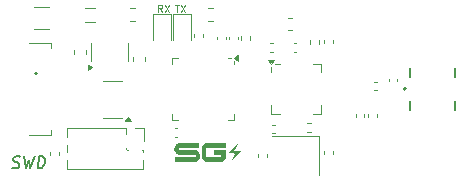
<source format=gbr>
%TF.GenerationSoftware,KiCad,Pcbnew,8.0.6*%
%TF.CreationDate,2024-12-29T16:51:47+05:30*%
%TF.ProjectId,STM32_RF,53544d33-325f-4524-962e-6b696361645f,rev?*%
%TF.SameCoordinates,Original*%
%TF.FileFunction,Legend,Top*%
%TF.FilePolarity,Positive*%
%FSLAX46Y46*%
G04 Gerber Fmt 4.6, Leading zero omitted, Abs format (unit mm)*
G04 Created by KiCad (PCBNEW 8.0.6) date 2024-12-29 16:51:47*
%MOMM*%
%LPD*%
G01*
G04 APERTURE LIST*
%ADD10C,0.200000*%
%ADD11C,0.120000*%
%ADD12C,0.150000*%
%ADD13C,0.000000*%
G04 APERTURE END LIST*
D10*
G36*
X169777093Y-78553688D02*
G01*
X169707949Y-78558092D01*
X169641071Y-78570489D01*
X169577517Y-78589656D01*
X169544036Y-78602780D01*
X169482742Y-78636188D01*
X169424527Y-78676865D01*
X169405282Y-78692540D01*
X169345972Y-78755569D01*
X169299535Y-78826529D01*
X169266036Y-78903494D01*
X169245539Y-78984542D01*
X169238109Y-79067749D01*
X169243809Y-79151191D01*
X169262705Y-79232946D01*
X169294861Y-79311088D01*
X169340341Y-79383696D01*
X169399209Y-79448845D01*
X169445924Y-79487184D01*
X169501319Y-79523652D01*
X169560796Y-79551935D01*
X169623697Y-79571527D01*
X169689365Y-79581922D01*
X169727878Y-79583538D01*
X171037313Y-79583538D01*
X171037313Y-79770750D01*
X169326538Y-79770750D01*
X169326538Y-80195000D01*
X170938248Y-80195000D01*
X171002338Y-80190161D01*
X171066838Y-80175645D01*
X171084940Y-80169720D01*
X171144819Y-80144308D01*
X171202556Y-80109954D01*
X171218614Y-80099012D01*
X171282178Y-80042054D01*
X171334172Y-79975885D01*
X171374449Y-79902383D01*
X171402860Y-79823425D01*
X171419254Y-79740891D01*
X171423483Y-79656659D01*
X171415398Y-79572607D01*
X171394850Y-79490613D01*
X171361690Y-79412555D01*
X171315768Y-79340312D01*
X171277990Y-79296308D01*
X171227397Y-79250670D01*
X171170744Y-79212234D01*
X171109448Y-79181576D01*
X171044924Y-79159270D01*
X171007149Y-79150495D01*
X170942919Y-79144404D01*
X170930945Y-79144267D01*
X169643419Y-79144267D01*
X169643419Y-78980502D01*
X171326887Y-78980502D01*
X171326887Y-78553688D01*
X169777093Y-78553688D01*
G37*
G36*
X171575502Y-79662672D02*
G01*
X171579899Y-79737365D01*
X171596039Y-79817876D01*
X171624608Y-79894266D01*
X171660268Y-79958590D01*
X171672344Y-79976646D01*
X171725368Y-80043545D01*
X171780596Y-80097097D01*
X171840323Y-80138124D01*
X171906847Y-80167449D01*
X171982464Y-80185893D01*
X172051047Y-80193366D01*
X172107976Y-80195000D01*
X173057983Y-80195000D01*
X173109420Y-80195000D01*
X173182291Y-80189581D01*
X173245453Y-80178830D01*
X173310805Y-80158180D01*
X173376333Y-80122307D01*
X173434728Y-80072430D01*
X173450750Y-80055415D01*
X173497854Y-80000187D01*
X173542131Y-79932498D01*
X173573935Y-79862852D01*
X173594210Y-79790815D01*
X173603896Y-79715953D01*
X173605062Y-79677327D01*
X173605062Y-79163318D01*
X172589330Y-79163318D01*
X172589330Y-79590132D01*
X173222456Y-79590132D01*
X173222456Y-79770750D01*
X171957791Y-79770750D01*
X171957791Y-78980502D01*
X173605062Y-78980502D01*
X173605062Y-78553688D01*
X172102578Y-78553688D01*
X172038564Y-78555774D01*
X172000973Y-78560282D01*
X171929073Y-78575472D01*
X171864890Y-78597613D01*
X171796810Y-78633921D01*
X171737036Y-78681513D01*
X171684034Y-78741083D01*
X171651706Y-78787794D01*
X171622494Y-78840917D01*
X171594706Y-78908688D01*
X171577489Y-78979351D01*
X171575502Y-79008346D01*
X171575502Y-79662672D01*
G37*
D11*
X169286089Y-66870331D02*
X169628947Y-66870331D01*
X169457518Y-67470331D02*
X169457518Y-66870331D01*
X169771804Y-66870331D02*
X170171804Y-67470331D01*
X170171804Y-66870331D02*
X169771804Y-67470331D01*
D10*
X155522054Y-80669600D02*
X155658958Y-80717219D01*
X155658958Y-80717219D02*
X155897054Y-80717219D01*
X155897054Y-80717219D02*
X155998244Y-80669600D01*
X155998244Y-80669600D02*
X156051816Y-80621980D01*
X156051816Y-80621980D02*
X156111339Y-80526742D01*
X156111339Y-80526742D02*
X156123244Y-80431504D01*
X156123244Y-80431504D02*
X156087530Y-80336266D01*
X156087530Y-80336266D02*
X156045863Y-80288647D01*
X156045863Y-80288647D02*
X155956578Y-80241028D01*
X155956578Y-80241028D02*
X155772054Y-80193409D01*
X155772054Y-80193409D02*
X155682768Y-80145790D01*
X155682768Y-80145790D02*
X155641101Y-80098171D01*
X155641101Y-80098171D02*
X155605387Y-80002933D01*
X155605387Y-80002933D02*
X155617292Y-79907695D01*
X155617292Y-79907695D02*
X155676816Y-79812457D01*
X155676816Y-79812457D02*
X155730387Y-79764838D01*
X155730387Y-79764838D02*
X155831578Y-79717219D01*
X155831578Y-79717219D02*
X156069673Y-79717219D01*
X156069673Y-79717219D02*
X156206578Y-79764838D01*
X156545863Y-79717219D02*
X156658959Y-80717219D01*
X156658959Y-80717219D02*
X156938720Y-80002933D01*
X156938720Y-80002933D02*
X157039911Y-80717219D01*
X157039911Y-80717219D02*
X157403006Y-79717219D01*
X157658958Y-80717219D02*
X157783958Y-79717219D01*
X157783958Y-79717219D02*
X158022054Y-79717219D01*
X158022054Y-79717219D02*
X158158958Y-79764838D01*
X158158958Y-79764838D02*
X158242292Y-79860076D01*
X158242292Y-79860076D02*
X158278006Y-79955314D01*
X158278006Y-79955314D02*
X158301816Y-80145790D01*
X158301816Y-80145790D02*
X158283958Y-80288647D01*
X158283958Y-80288647D02*
X158212530Y-80479123D01*
X158212530Y-80479123D02*
X158153006Y-80574361D01*
X158153006Y-80574361D02*
X158045863Y-80669600D01*
X158045863Y-80669600D02*
X157897054Y-80717219D01*
X157897054Y-80717219D02*
X157658958Y-80717219D01*
D11*
X168214661Y-67470331D02*
X168014661Y-67184617D01*
X167871804Y-67470331D02*
X167871804Y-66870331D01*
X167871804Y-66870331D02*
X168100375Y-66870331D01*
X168100375Y-66870331D02*
X168157518Y-66898902D01*
X168157518Y-66898902D02*
X168186089Y-66927474D01*
X168186089Y-66927474D02*
X168214661Y-66984617D01*
X168214661Y-66984617D02*
X168214661Y-67070331D01*
X168214661Y-67070331D02*
X168186089Y-67127474D01*
X168186089Y-67127474D02*
X168157518Y-67156045D01*
X168157518Y-67156045D02*
X168100375Y-67184617D01*
X168100375Y-67184617D02*
X167871804Y-67184617D01*
X168414661Y-66870331D02*
X168814661Y-67470331D01*
X168814661Y-66870331D02*
X168414661Y-67470331D01*
%TO.C,D2*%
X169165000Y-67627500D02*
X169165000Y-69912500D01*
X170635000Y-67627500D02*
X169165000Y-67627500D01*
X170635000Y-69912500D02*
X170635000Y-67627500D01*
%TO.C,C7*%
X170940000Y-69607836D02*
X170940000Y-69392164D01*
X171660000Y-69607836D02*
X171660000Y-69392164D01*
%TO.C,D1*%
X167465000Y-67627500D02*
X167465000Y-69912500D01*
X168935000Y-67627500D02*
X167465000Y-67627500D01*
X168935000Y-69912500D02*
X168935000Y-67627500D01*
%TO.C,C14*%
X176365000Y-79757836D02*
X176365000Y-79542164D01*
X177085000Y-79757836D02*
X177085000Y-79542164D01*
%TO.C,C3*%
X158740000Y-79607836D02*
X158740000Y-79392164D01*
X159460000Y-79607836D02*
X159460000Y-79392164D01*
%TO.C,C10*%
X181940000Y-70127836D02*
X181940000Y-69912164D01*
X182660000Y-70127836D02*
X182660000Y-69912164D01*
%TO.C,U3*%
X164000000Y-73340000D02*
X163200000Y-73340000D01*
X164000000Y-73340000D02*
X164800000Y-73340000D01*
X164000000Y-76460000D02*
X163200000Y-76460000D01*
X164000000Y-76460000D02*
X164800000Y-76460000D01*
X165540000Y-76740000D02*
X165060000Y-76740000D01*
X165300000Y-76410000D01*
X165540000Y-76740000D01*
G36*
X165540000Y-76740000D02*
G01*
X165060000Y-76740000D01*
X165300000Y-76410000D01*
X165540000Y-76740000D01*
G37*
%TO.C,J2*%
X160125000Y-77300000D02*
X160125000Y-78122470D01*
X160125000Y-78737530D02*
X160125000Y-79392470D01*
X160125000Y-80007530D02*
X160125000Y-80830000D01*
X165140000Y-77300000D02*
X160125000Y-77300000D01*
X165140000Y-77300000D02*
X165140000Y-77866529D01*
X165140000Y-78993471D02*
X165140000Y-79136529D01*
X165193471Y-79190000D02*
X165336529Y-79190000D01*
X165900000Y-77300000D02*
X166660000Y-77300000D01*
X166463471Y-79190000D02*
X166595000Y-79190000D01*
X166595000Y-79190000D02*
X166595000Y-79392470D01*
X166595000Y-80007530D02*
X166595000Y-80830000D01*
X166595000Y-80830000D02*
X160125000Y-80830000D01*
X166660000Y-77300000D02*
X166660000Y-78430000D01*
%TO.C,C17*%
X184610000Y-76162164D02*
X184610000Y-76377836D01*
X185330000Y-76162164D02*
X185330000Y-76377836D01*
%TO.C,R1*%
X174920000Y-69853641D02*
X174920000Y-69546359D01*
X175680000Y-69853641D02*
X175680000Y-69546359D01*
%TO.C,C4*%
X173890000Y-69807836D02*
X173890000Y-69592164D01*
X174610000Y-69807836D02*
X174610000Y-69592164D01*
%TO.C,C5*%
X172890000Y-69807836D02*
X172890000Y-69592164D01*
X173610000Y-69807836D02*
X173610000Y-69592164D01*
%TO.C,J1*%
X156950000Y-70100000D02*
X158800000Y-70100000D01*
X156950000Y-77900000D02*
X158800000Y-77900000D01*
X158800000Y-70100000D02*
X158800000Y-70550000D01*
X158800000Y-77900000D02*
X158800000Y-77450000D01*
D12*
X157612500Y-72700000D02*
G75*
G02*
X157462500Y-72700000I-75000J0D01*
G01*
X157462500Y-72700000D02*
G75*
G02*
X157612500Y-72700000I75000J0D01*
G01*
D11*
%TO.C,FB1*%
X161700378Y-67190000D02*
X162499622Y-67190000D01*
X161700378Y-68310000D02*
X162499622Y-68310000D01*
%TO.C,C2*%
X165740000Y-71615580D02*
X165740000Y-71334420D01*
X166760000Y-71615580D02*
X166760000Y-71334420D01*
%TO.C,C9*%
X177542164Y-77040000D02*
X177757836Y-77040000D01*
X177542164Y-77760000D02*
X177757836Y-77760000D01*
%TO.C,U2*%
X177452500Y-72615000D02*
X177452500Y-72130000D01*
X177452500Y-76110000D02*
X177452500Y-75385000D01*
X178177500Y-71890000D02*
X177752500Y-71890000D01*
X178177500Y-76110000D02*
X177452500Y-76110000D01*
X180947500Y-71890000D02*
X181672500Y-71890000D01*
X180947500Y-76110000D02*
X181672500Y-76110000D01*
X181672500Y-71890000D02*
X181672500Y-72615000D01*
X181672500Y-76110000D02*
X181672500Y-75385000D01*
X177452500Y-71890000D02*
X177212500Y-71560000D01*
X177692500Y-71560000D01*
X177452500Y-71890000D01*
G36*
X177452500Y-71890000D02*
G01*
X177212500Y-71560000D01*
X177692500Y-71560000D01*
X177452500Y-71890000D01*
G37*
%TO.C,R4*%
X180720000Y-69866359D02*
X180720000Y-70173641D01*
X181480000Y-69866359D02*
X181480000Y-70173641D01*
%TO.C,C11*%
X179337164Y-70160000D02*
X179552836Y-70160000D01*
X179337164Y-70880000D02*
X179552836Y-70880000D01*
%TO.C,U4*%
X169052500Y-71390000D02*
X169527500Y-71390000D01*
X169052500Y-71865000D02*
X169052500Y-71390000D01*
X169052500Y-76135000D02*
X169052500Y-76610000D01*
X169052500Y-76610000D02*
X169527500Y-76610000D01*
X173797500Y-71390000D02*
X174032500Y-71390000D01*
X174272500Y-71865000D02*
X174272500Y-71690000D01*
X174272500Y-76135000D02*
X174272500Y-76610000D01*
X174272500Y-76610000D02*
X173797500Y-76610000D01*
X174602500Y-71630000D02*
X174272500Y-71390000D01*
X174602500Y-71150000D01*
X174602500Y-71630000D01*
G36*
X174602500Y-71630000D02*
G01*
X174272500Y-71390000D01*
X174602500Y-71150000D01*
X174602500Y-71630000D01*
G37*
%TO.C,R3*%
X172062742Y-67177500D02*
X172537258Y-67177500D01*
X172062742Y-68222500D02*
X172537258Y-68222500D01*
%TO.C,C6*%
X169507836Y-77340000D02*
X169292164Y-77340000D01*
X169507836Y-78060000D02*
X169292164Y-78060000D01*
%TO.C,R5*%
X180803641Y-76870000D02*
X180496359Y-76870000D01*
X180803641Y-77630000D02*
X180496359Y-77630000D01*
%TO.C,C16*%
X187390000Y-73357836D02*
X187390000Y-73142164D01*
X188110000Y-73357836D02*
X188110000Y-73142164D01*
%TO.C,Y1*%
X181500000Y-78000000D02*
X177500000Y-78000000D01*
X181500000Y-81300000D02*
X181500000Y-78000000D01*
%TO.C,C8*%
X178884420Y-68010000D02*
X179165580Y-68010000D01*
X178884420Y-69030000D02*
X179165580Y-69030000D01*
%TO.C,C15*%
X186142164Y-73390000D02*
X186357836Y-73390000D01*
X186142164Y-74110000D02*
X186357836Y-74110000D01*
%TO.C,C13*%
X181915000Y-79507836D02*
X181915000Y-79292164D01*
X182635000Y-79507836D02*
X182635000Y-79292164D01*
%TO.C,U1*%
X162190000Y-70887500D02*
X162190000Y-70087500D01*
X162190000Y-70887500D02*
X162190000Y-71687500D01*
X165310000Y-70887500D02*
X165310000Y-70087500D01*
X165310000Y-70887500D02*
X165310000Y-71687500D01*
X162240000Y-72187500D02*
X161910000Y-72427500D01*
X161910000Y-71947500D01*
X162240000Y-72187500D01*
G36*
X162240000Y-72187500D02*
G01*
X161910000Y-72427500D01*
X161910000Y-71947500D01*
X162240000Y-72187500D01*
G37*
%TO.C,C12*%
X177552836Y-70160000D02*
X177337164Y-70160000D01*
X177552836Y-70880000D02*
X177337164Y-70880000D01*
%TO.C,C1*%
X160740000Y-70759420D02*
X160740000Y-71040580D01*
X161760000Y-70759420D02*
X161760000Y-71040580D01*
%TO.C,C18*%
X185640000Y-76162164D02*
X185640000Y-76377836D01*
X186360000Y-76162164D02*
X186360000Y-76377836D01*
%TO.C,R2*%
X165937258Y-67177500D02*
X165462742Y-67177500D01*
X165937258Y-68222500D02*
X165462742Y-68222500D01*
D10*
%TO.C,J3*%
X189152500Y-73000000D02*
X189152500Y-72200000D01*
X189152500Y-75800000D02*
X189152500Y-75000000D01*
X192962500Y-73000000D02*
X192962500Y-72200000D01*
X192962500Y-75800000D02*
X192962500Y-75000000D01*
X188862500Y-74000000D02*
G75*
G02*
X188662500Y-74000000I-100000J0D01*
G01*
X188662500Y-74000000D02*
G75*
G02*
X188862500Y-74000000I100000J0D01*
G01*
D11*
%TO.C,F1*%
X157397936Y-67090000D02*
X158602064Y-67090000D01*
X157397936Y-68910000D02*
X158602064Y-68910000D01*
D13*
%TO.C,G\u002A\u002A\u002A*%
G36*
X174729047Y-78508138D02*
G01*
X174724193Y-78516824D01*
X174716467Y-78530588D01*
X174706066Y-78549080D01*
X174693190Y-78571948D01*
X174678037Y-78598841D01*
X174660804Y-78629406D01*
X174641689Y-78663294D01*
X174620891Y-78700151D01*
X174598608Y-78739628D01*
X174575038Y-78781372D01*
X174550380Y-78825032D01*
X174526348Y-78867570D01*
X174500829Y-78912748D01*
X174476206Y-78956366D01*
X174452677Y-78998070D01*
X174430441Y-79037506D01*
X174409698Y-79074321D01*
X174390646Y-79108162D01*
X174373484Y-79138674D01*
X174358411Y-79165504D01*
X174345626Y-79188298D01*
X174335328Y-79206703D01*
X174327715Y-79220365D01*
X174322987Y-79228931D01*
X174321352Y-79232016D01*
X174321535Y-79232883D01*
X174323048Y-79233646D01*
X174326275Y-79234312D01*
X174331603Y-79234889D01*
X174339415Y-79235381D01*
X174350097Y-79235796D01*
X174364034Y-79236139D01*
X174381611Y-79236418D01*
X174403215Y-79236639D01*
X174429228Y-79236808D01*
X174460038Y-79236931D01*
X174496028Y-79237015D01*
X174537584Y-79237066D01*
X174585092Y-79237091D01*
X174627199Y-79237096D01*
X174677757Y-79237128D01*
X174724722Y-79237222D01*
X174767776Y-79237376D01*
X174806600Y-79237585D01*
X174840877Y-79237846D01*
X174870288Y-79238158D01*
X174894515Y-79238516D01*
X174913238Y-79238917D01*
X174926141Y-79239358D01*
X174932904Y-79239836D01*
X174933889Y-79240127D01*
X174931461Y-79242942D01*
X174924700Y-79250261D01*
X174913873Y-79261807D01*
X174899246Y-79277299D01*
X174881089Y-79296459D01*
X174859668Y-79319007D01*
X174835251Y-79344665D01*
X174808105Y-79373153D01*
X174778498Y-79404192D01*
X174746697Y-79437502D01*
X174712971Y-79472806D01*
X174677586Y-79509823D01*
X174640810Y-79548274D01*
X174602911Y-79587881D01*
X174564156Y-79628364D01*
X174524813Y-79669443D01*
X174485148Y-79710841D01*
X174445431Y-79752277D01*
X174405928Y-79793472D01*
X174366907Y-79834148D01*
X174328636Y-79874025D01*
X174291381Y-79912824D01*
X174255411Y-79950266D01*
X174220993Y-79986071D01*
X174188394Y-80019961D01*
X174157882Y-80051656D01*
X174129726Y-80080878D01*
X174104191Y-80107347D01*
X174081546Y-80130783D01*
X174062058Y-80150909D01*
X174045995Y-80167444D01*
X174033625Y-80180109D01*
X174025214Y-80188626D01*
X174021031Y-80192715D01*
X174020618Y-80193047D01*
X174021380Y-80190431D01*
X174024899Y-80182451D01*
X174030909Y-80169654D01*
X174039141Y-80152591D01*
X174049329Y-80131807D01*
X174061205Y-80107853D01*
X174074502Y-80081275D01*
X174088951Y-80052623D01*
X174093516Y-80043616D01*
X174112580Y-80005992D01*
X174132381Y-79966823D01*
X174152703Y-79926541D01*
X174173330Y-79885580D01*
X174194045Y-79844373D01*
X174214632Y-79803352D01*
X174234877Y-79762950D01*
X174254562Y-79723601D01*
X174273472Y-79685738D01*
X174291391Y-79649792D01*
X174308103Y-79616198D01*
X174323391Y-79585389D01*
X174337041Y-79557796D01*
X174348835Y-79533854D01*
X174358558Y-79513994D01*
X174365994Y-79498651D01*
X174370927Y-79488257D01*
X174373141Y-79483245D01*
X174373244Y-79482874D01*
X174369930Y-79482219D01*
X174360015Y-79481615D01*
X174343539Y-79481061D01*
X174320541Y-79480558D01*
X174291062Y-79480107D01*
X174255142Y-79479708D01*
X174212820Y-79479362D01*
X174164137Y-79479070D01*
X174109132Y-79478831D01*
X174066058Y-79478694D01*
X173758871Y-79477846D01*
X174245569Y-78989704D01*
X174292951Y-78942191D01*
X174339061Y-78895970D01*
X174383683Y-78851258D01*
X174426599Y-78808273D01*
X174467594Y-78767230D01*
X174506449Y-78728346D01*
X174542948Y-78691839D01*
X174576874Y-78657924D01*
X174608010Y-78626818D01*
X174636140Y-78598739D01*
X174661047Y-78573902D01*
X174682513Y-78552525D01*
X174700322Y-78534824D01*
X174714257Y-78521015D01*
X174724101Y-78511316D01*
X174729637Y-78505943D01*
X174730831Y-78504883D01*
X174729047Y-78508138D01*
G37*
%TD*%
M02*

</source>
